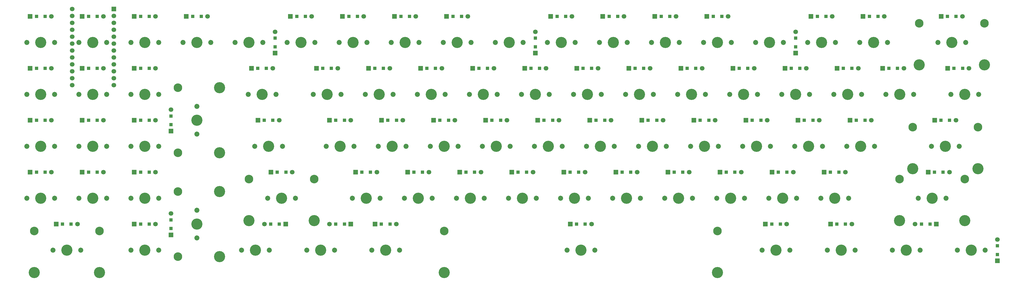
<source format=gts>
G04 #@! TF.GenerationSoftware,KiCad,Pcbnew,5.1.6*
G04 #@! TF.CreationDate,2020-08-19T08:48:49-04:00*
G04 #@! TF.ProjectId,southpawpcb,736f7574-6870-4617-9770-63622e6b6963,rev?*
G04 #@! TF.SameCoordinates,Original*
G04 #@! TF.FileFunction,Soldermask,Top*
G04 #@! TF.FilePolarity,Negative*
%FSLAX46Y46*%
G04 Gerber Fmt 4.6, Leading zero omitted, Abs format (unit mm)*
G04 Created by KiCad (PCBNEW 5.1.6) date 2020-08-19 08:48:49*
%MOMM*%
%LPD*%
G01*
G04 APERTURE LIST*
%ADD10R,1.700000X1.700000*%
%ADD11C,1.700000*%
%ADD12C,4.087800*%
%ADD13C,1.850000*%
%ADD14R,1.300000X1.300000*%
%ADD15C,3.148000*%
G04 APERTURE END LIST*
D10*
G04 #@! TO.C,U1*
X50582500Y23457600D03*
D11*
X50582500Y20917600D03*
X50582500Y18377600D03*
X50582500Y15837600D03*
X50582500Y13297600D03*
X50582500Y10757600D03*
X50582500Y8217600D03*
X50582500Y5677600D03*
X50582500Y3137600D03*
X50582500Y597600D03*
X50582500Y-1942400D03*
X50582500Y-4482400D03*
X35342500Y-4482400D03*
X35342500Y-1942400D03*
X35342500Y597600D03*
X35342500Y3137600D03*
X35342500Y5677600D03*
X35342500Y8217600D03*
X35342500Y10757600D03*
X35342500Y13297600D03*
X35342500Y15837600D03*
X35342500Y18377600D03*
X35342500Y20917600D03*
X35342500Y23457600D03*
G04 #@! TD*
D12*
G04 #@! TO.C,K46*
X228643000Y-26900000D03*
D13*
X223563000Y-26900000D03*
X233723000Y-26900000D03*
G04 #@! TD*
D14*
G04 #@! TO.C,D7*
X136581000Y20725000D03*
X139731000Y20725000D03*
D10*
X134256000Y20725000D03*
D11*
X142056000Y20725000D03*
G04 #@! TD*
D12*
G04 #@! TO.C,K65*
X276269000Y-45950000D03*
D13*
X271189000Y-45950000D03*
X281349000Y-45950000D03*
G04 #@! TD*
D11*
G04 #@! TO.C,D48*
X270643000Y-17375000D03*
D10*
X262843000Y-17375000D03*
D14*
X268318000Y-17375000D03*
X265168000Y-17375000D03*
G04 #@! TD*
D12*
G04 #@! TO.C,K69*
X33381200Y-65000000D03*
D13*
X28301200Y-65000000D03*
X38461200Y-65000000D03*
D15*
X21443200Y-58015000D03*
X45319200Y-58015000D03*
D12*
X21443200Y-73255000D03*
X45319200Y-73255000D03*
G04 #@! TD*
G04 #@! TO.C,K77*
X340562000Y-65000000D03*
D13*
X335482000Y-65000000D03*
X345642000Y-65000000D03*
G04 #@! TD*
D14*
G04 #@! TO.C,D72*
X134968000Y-55475000D03*
X131818000Y-55475000D03*
D10*
X137293000Y-55475000D03*
D11*
X129493000Y-55475000D03*
G04 #@! TD*
D13*
G04 #@! TO.C,K59*
X167049000Y-45950000D03*
X156889000Y-45950000D03*
D12*
X161969000Y-45950000D03*
G04 #@! TD*
D14*
G04 #@! TO.C,D39*
X60381200Y-17375000D03*
X63531200Y-17375000D03*
D10*
X58056200Y-17375000D03*
D11*
X65856200Y-17375000D03*
G04 #@! TD*
D13*
G04 #@! TO.C,K25*
X152761000Y-7850000D03*
X142601000Y-7850000D03*
D12*
X147681000Y-7850000D03*
G04 #@! TD*
G04 #@! TO.C,K8*
X157206000Y11200000D03*
D13*
X152126000Y11200000D03*
X162286000Y11200000D03*
G04 #@! TD*
D11*
G04 #@! TO.C,D2*
X46806200Y20725000D03*
D10*
X39006200Y20725000D03*
D14*
X44481200Y20725000D03*
X41331200Y20725000D03*
G04 #@! TD*
D11*
G04 #@! TO.C,D50*
X308743000Y-17375000D03*
D10*
X300943000Y-17375000D03*
D14*
X306418000Y-17375000D03*
X303268000Y-17375000D03*
G04 #@! TD*
D12*
G04 #@! TO.C,K28*
X204831000Y-7850000D03*
D13*
X199751000Y-7850000D03*
X209911000Y-7850000D03*
G04 #@! TD*
D14*
G04 #@! TO.C,D21*
X60381200Y1675000D03*
X63531200Y1675000D03*
D10*
X58056200Y1675000D03*
D11*
X65856200Y1675000D03*
G04 #@! TD*
G04 #@! TO.C,D53*
X27756200Y-36425000D03*
D10*
X19956200Y-36425000D03*
D14*
X25431200Y-36425000D03*
X22281200Y-36425000D03*
G04 #@! TD*
D11*
G04 #@! TO.C,D26*
X170631000Y1675000D03*
D10*
X162831000Y1675000D03*
D14*
X168306000Y1675000D03*
X165156000Y1675000D03*
G04 #@! TD*
G04 #@! TO.C,D60*
X179444000Y-36425000D03*
X182594000Y-36425000D03*
D10*
X177119000Y-36425000D03*
D11*
X184919000Y-36425000D03*
G04 #@! TD*
G04 #@! TO.C,D42*
X156343000Y-17375000D03*
D10*
X148543000Y-17375000D03*
D14*
X154018000Y-17375000D03*
X150868000Y-17375000D03*
G04 #@! TD*
D11*
G04 #@! TO.C,D4*
X84906200Y20725000D03*
D10*
X77106200Y20725000D03*
D14*
X82581200Y20725000D03*
X79431200Y20725000D03*
G04 #@! TD*
D12*
G04 #@! TO.C,K27*
X185781000Y-7850000D03*
D13*
X180701000Y-7850000D03*
X190861000Y-7850000D03*
G04 #@! TD*
D14*
G04 #@! TO.C,D3*
X60381200Y20725000D03*
X63531200Y20725000D03*
D10*
X58056200Y20725000D03*
D11*
X65856200Y20725000D03*
G04 #@! TD*
D12*
G04 #@! TO.C,K5*
X100056000Y11200000D03*
D13*
X94976000Y11200000D03*
X105136000Y11200000D03*
G04 #@! TD*
G04 #@! TO.C,K64*
X262299000Y-45950000D03*
X252139000Y-45950000D03*
D12*
X257219000Y-45950000D03*
G04 #@! TD*
G04 #@! TO.C,K71*
X102437000Y-65000000D03*
D13*
X97357000Y-65000000D03*
X107517000Y-65000000D03*
G04 #@! TD*
D14*
G04 #@! TO.C,D25*
X146106000Y1675000D03*
X149256000Y1675000D03*
D10*
X143781000Y1675000D03*
D11*
X151581000Y1675000D03*
G04 #@! TD*
D12*
G04 #@! TO.C,K70*
X61956200Y-65000000D03*
D13*
X56876200Y-65000000D03*
X67036200Y-65000000D03*
G04 #@! TD*
D11*
G04 #@! TO.C,D71*
X105681000Y-55475000D03*
D10*
X113481000Y-55475000D03*
D14*
X108006000Y-55475000D03*
X111156000Y-55475000D03*
G04 #@! TD*
D12*
G04 #@! TO.C,K68*
X350087000Y-45950000D03*
D13*
X345007000Y-45950000D03*
X355167000Y-45950000D03*
D15*
X338149000Y-38965000D03*
X362025000Y-38965000D03*
D12*
X338149000Y-54205000D03*
X362025000Y-54205000D03*
G04 #@! TD*
D13*
G04 #@! TO.C,K67*
X319449000Y-45950000D03*
X309289000Y-45950000D03*
D12*
X314369000Y-45950000D03*
G04 #@! TD*
D11*
G04 #@! TO.C,D78*
X373900000Y-61100000D03*
D10*
X373900000Y-68900000D03*
D14*
X373900000Y-63425000D03*
X373900000Y-66575000D03*
G04 #@! TD*
D11*
G04 #@! TO.C,D77*
X343806000Y-55475000D03*
D10*
X351606000Y-55475000D03*
D14*
X346131000Y-55475000D03*
X349281000Y-55475000D03*
G04 #@! TD*
G04 #@! TO.C,D45*
X208018000Y-17375000D03*
X211168000Y-17375000D03*
D10*
X205693000Y-17375000D03*
D11*
X213493000Y-17375000D03*
G04 #@! TD*
G04 #@! TO.C,D16*
X313506000Y20725000D03*
D10*
X305706000Y20725000D03*
D14*
X311181000Y20725000D03*
X308031000Y20725000D03*
G04 #@! TD*
D12*
G04 #@! TO.C,K26*
X166731000Y-7850000D03*
D13*
X161651000Y-7850000D03*
X171811000Y-7850000D03*
G04 #@! TD*
G04 #@! TO.C,K6*
X124186000Y11200000D03*
X114026000Y11200000D03*
D12*
X119106000Y11200000D03*
G04 #@! TD*
D11*
G04 #@! TO.C,D22*
X71481200Y-13475000D03*
D10*
X71481200Y-21275000D03*
D14*
X71481200Y-15800000D03*
X71481200Y-18950000D03*
G04 #@! TD*
D11*
G04 #@! TO.C,D10*
X204831000Y15100000D03*
D10*
X204831000Y7300000D03*
D14*
X204831000Y12775000D03*
X204831000Y9625000D03*
G04 #@! TD*
D13*
G04 #@! TO.C,K30*
X248011000Y-7850000D03*
X237851000Y-7850000D03*
D12*
X242931000Y-7850000D03*
G04 #@! TD*
D14*
G04 #@! TO.C,D54*
X41331200Y-36425000D03*
X44481200Y-36425000D03*
D10*
X39006200Y-36425000D03*
D11*
X46806200Y-36425000D03*
G04 #@! TD*
D14*
G04 #@! TO.C,D19*
X22281200Y1675000D03*
X25431200Y1675000D03*
D10*
X19956200Y1675000D03*
D11*
X27756200Y1675000D03*
G04 #@! TD*
D13*
G04 #@! TO.C,K35*
X343261000Y-7850000D03*
X333101000Y-7850000D03*
D12*
X338181000Y-7850000D03*
G04 #@! TD*
D14*
G04 #@! TO.C,D57*
X110387000Y-36425000D03*
X113537000Y-36425000D03*
D10*
X108062000Y-36425000D03*
D11*
X115862000Y-36425000D03*
G04 #@! TD*
D13*
G04 #@! TO.C,K31*
X267061000Y-7850000D03*
X256901000Y-7850000D03*
D12*
X261981000Y-7850000D03*
G04 #@! TD*
D14*
G04 #@! TO.C,D47*
X246118000Y-17375000D03*
X249268000Y-17375000D03*
D10*
X243793000Y-17375000D03*
D11*
X251593000Y-17375000D03*
G04 #@! TD*
D14*
G04 #@! TO.C,D15*
X300081000Y9625000D03*
X300081000Y12775000D03*
D10*
X300081000Y7300000D03*
D11*
X300081000Y15100000D03*
G04 #@! TD*
G04 #@! TO.C,D67*
X318269000Y-36425000D03*
D10*
X310469000Y-36425000D03*
D14*
X315944000Y-36425000D03*
X312794000Y-36425000D03*
G04 #@! TD*
D12*
G04 #@! TO.C,K40*
X107200000Y-26900000D03*
D13*
X102120000Y-26900000D03*
X112280000Y-26900000D03*
G04 #@! TD*
D12*
G04 #@! TO.C,K63*
X238169000Y-45950000D03*
D13*
X233089000Y-45950000D03*
X243249000Y-45950000D03*
G04 #@! TD*
G04 #@! TO.C,K41*
X138473000Y-26900000D03*
X128313000Y-26900000D03*
D12*
X133393000Y-26900000D03*
G04 #@! TD*
D11*
G04 #@! TO.C,D36*
X363512000Y1675000D03*
D10*
X355712000Y1675000D03*
D14*
X361187000Y1675000D03*
X358037000Y1675000D03*
G04 #@! TD*
G04 #@! TO.C,D62*
X217544000Y-36425000D03*
X220694000Y-36425000D03*
D10*
X215219000Y-36425000D03*
D11*
X223019000Y-36425000D03*
G04 #@! TD*
D14*
G04 #@! TO.C,D61*
X198494000Y-36425000D03*
X201644000Y-36425000D03*
D10*
X196169000Y-36425000D03*
D11*
X203969000Y-36425000D03*
G04 #@! TD*
G04 #@! TO.C,D52*
X358750000Y-17375000D03*
D10*
X350950000Y-17375000D03*
D14*
X356425000Y-17375000D03*
X353275000Y-17375000D03*
G04 #@! TD*
D12*
G04 #@! TO.C,K43*
X171493000Y-26900000D03*
D13*
X166413000Y-26900000D03*
X176573000Y-26900000D03*
G04 #@! TD*
G04 #@! TO.C,K73*
X155142000Y-65000000D03*
X144982000Y-65000000D03*
D12*
X150062000Y-65000000D03*
G04 #@! TD*
D14*
G04 #@! TO.C,D37*
X22281200Y-17375000D03*
X25431200Y-17375000D03*
D10*
X19956200Y-17375000D03*
D11*
X27756200Y-17375000D03*
G04 #@! TD*
D12*
G04 #@! TO.C,K49*
X285793000Y-26900000D03*
D13*
X280713000Y-26900000D03*
X290873000Y-26900000D03*
G04 #@! TD*
G04 #@! TO.C,K72*
X131330000Y-65000000D03*
X121170000Y-65000000D03*
D12*
X126250000Y-65000000D03*
G04 #@! TD*
D14*
G04 #@! TO.C,D65*
X274694000Y-36425000D03*
X277844000Y-36425000D03*
D10*
X272369000Y-36425000D03*
D11*
X280169000Y-36425000D03*
G04 #@! TD*
D12*
G04 #@! TO.C,K15*
X290556000Y11200000D03*
D13*
X285476000Y11200000D03*
X295636000Y11200000D03*
G04 #@! TD*
D14*
G04 #@! TO.C,D14*
X269931000Y20725000D03*
X273081000Y20725000D03*
D10*
X267606000Y20725000D03*
D11*
X275406000Y20725000D03*
G04 #@! TD*
D14*
G04 #@! TO.C,D68*
X350894000Y-36425000D03*
X354044000Y-36425000D03*
D10*
X348569000Y-36425000D03*
D11*
X356369000Y-36425000D03*
G04 #@! TD*
G04 #@! TO.C,D18*
X361131000Y20725000D03*
D10*
X353331000Y20725000D03*
D14*
X358806000Y20725000D03*
X355656000Y20725000D03*
G04 #@! TD*
D11*
G04 #@! TO.C,D38*
X46806200Y-17375000D03*
D10*
X39006200Y-17375000D03*
D14*
X44481200Y-17375000D03*
X41331200Y-17375000D03*
G04 #@! TD*
D11*
G04 #@! TO.C,D12*
X237306000Y20725000D03*
D10*
X229506000Y20725000D03*
D14*
X234981000Y20725000D03*
X231831000Y20725000D03*
G04 #@! TD*
D12*
G04 #@! TO.C,K22*
X89261200Y-5437000D03*
X89261200Y-29313000D03*
D15*
X74021200Y-5437000D03*
X74021200Y-29313000D03*
D13*
X81006200Y-12295000D03*
X81006200Y-22455000D03*
D12*
X81006200Y-17375000D03*
G04 #@! TD*
D11*
G04 #@! TO.C,D58*
X146819000Y-36425000D03*
D10*
X139019000Y-36425000D03*
D14*
X144494000Y-36425000D03*
X141344000Y-36425000D03*
G04 #@! TD*
D11*
G04 #@! TO.C,D34*
X323031000Y1675000D03*
D10*
X315231000Y1675000D03*
D14*
X320706000Y1675000D03*
X317556000Y1675000D03*
G04 #@! TD*
D11*
G04 #@! TO.C,D20*
X46806200Y1675000D03*
D10*
X39006200Y1675000D03*
D14*
X44481200Y1675000D03*
X41331200Y1675000D03*
G04 #@! TD*
G04 #@! TO.C,D69*
X31806200Y-55475000D03*
X34956200Y-55475000D03*
D10*
X29481200Y-55475000D03*
D11*
X37281200Y-55475000D03*
G04 #@! TD*
D13*
G04 #@! TO.C,K16*
X314686000Y11200000D03*
X304526000Y11200000D03*
D12*
X309606000Y11200000D03*
G04 #@! TD*
D13*
G04 #@! TO.C,K37*
X28936200Y-26900000D03*
X18776200Y-26900000D03*
D12*
X23856200Y-26900000D03*
G04 #@! TD*
D13*
G04 #@! TO.C,K36*
X367073000Y-7850000D03*
X356913000Y-7850000D03*
D12*
X361993000Y-7850000D03*
G04 #@! TD*
G04 #@! TO.C,K9*
X176256000Y11200000D03*
D13*
X171176000Y11200000D03*
X181336000Y11200000D03*
G04 #@! TD*
D12*
G04 #@! TO.C,K54*
X42906200Y-45950000D03*
D13*
X37826200Y-45950000D03*
X47986200Y-45950000D03*
G04 #@! TD*
D12*
G04 #@! TO.C,K57*
X111962000Y-45950000D03*
D13*
X106882000Y-45950000D03*
X117042000Y-45950000D03*
D15*
X100024000Y-38965000D03*
X123900000Y-38965000D03*
D12*
X100024000Y-54205000D03*
X123900000Y-54205000D03*
G04 #@! TD*
G04 #@! TO.C,K51*
X323893000Y-26900000D03*
D13*
X318813000Y-26900000D03*
X328973000Y-26900000D03*
G04 #@! TD*
D12*
G04 #@! TO.C,K11*
X214356000Y11200000D03*
D13*
X209276000Y11200000D03*
X219436000Y11200000D03*
G04 #@! TD*
G04 #@! TO.C,K14*
X276586000Y11200000D03*
X266426000Y11200000D03*
D12*
X271506000Y11200000D03*
G04 #@! TD*
D11*
G04 #@! TO.C,D40*
X111100000Y-17375000D03*
D10*
X103300000Y-17375000D03*
D14*
X108775000Y-17375000D03*
X105625000Y-17375000D03*
G04 #@! TD*
D13*
G04 #@! TO.C,K10*
X200386000Y11200000D03*
X190226000Y11200000D03*
D12*
X195306000Y11200000D03*
G04 #@! TD*
G04 #@! TO.C,K62*
X219119000Y-45950000D03*
D13*
X214039000Y-45950000D03*
X224199000Y-45950000D03*
G04 #@! TD*
D12*
G04 #@! TO.C,K60*
X181019000Y-45950000D03*
D13*
X175939000Y-45950000D03*
X186099000Y-45950000D03*
G04 #@! TD*
D12*
G04 #@! TO.C,K58*
X142919000Y-45950000D03*
D13*
X137839000Y-45950000D03*
X147999000Y-45950000D03*
G04 #@! TD*
D12*
G04 #@! TO.C,K38*
X42906200Y-26900000D03*
D13*
X37826200Y-26900000D03*
X47986200Y-26900000D03*
G04 #@! TD*
D11*
G04 #@! TO.C,D56*
X71481200Y-51575000D03*
D10*
X71481200Y-59375000D03*
D14*
X71481200Y-53900000D03*
X71481200Y-57050000D03*
G04 #@! TD*
D12*
G04 #@! TO.C,K52*
X366788000Y-35155000D03*
X342912000Y-35155000D03*
D15*
X366788000Y-19915000D03*
X342912000Y-19915000D03*
D13*
X359930000Y-26900000D03*
X349770000Y-26900000D03*
D12*
X354850000Y-26900000D03*
G04 #@! TD*
D13*
G04 #@! TO.C,K55*
X67036200Y-45950000D03*
X56876200Y-45950000D03*
D12*
X61956200Y-45950000D03*
G04 #@! TD*
D13*
G04 #@! TO.C,K50*
X309923000Y-26900000D03*
X299763000Y-26900000D03*
D12*
X304843000Y-26900000D03*
G04 #@! TD*
G04 #@! TO.C,K56*
X89261200Y-43537000D03*
X89261200Y-67413000D03*
D15*
X74021200Y-43537000D03*
X74021200Y-67413000D03*
D13*
X81006200Y-50395000D03*
X81006200Y-60555000D03*
D12*
X81006200Y-55475000D03*
G04 #@! TD*
D13*
G04 #@! TO.C,K39*
X67036200Y-26900000D03*
X56876200Y-26900000D03*
D12*
X61956200Y-26900000D03*
G04 #@! TD*
D13*
G04 #@! TO.C,K12*
X238486000Y11200000D03*
X228326000Y11200000D03*
D12*
X233406000Y11200000D03*
G04 #@! TD*
D14*
G04 #@! TO.C,D23*
X103244000Y1675000D03*
X106394000Y1675000D03*
D10*
X100919000Y1675000D03*
D11*
X108719000Y1675000D03*
G04 #@! TD*
D13*
G04 #@! TO.C,K61*
X205149000Y-45950000D03*
X194989000Y-45950000D03*
D12*
X200069000Y-45950000D03*
G04 #@! TD*
G04 #@! TO.C,K48*
X266743000Y-26900000D03*
D13*
X261663000Y-26900000D03*
X271823000Y-26900000D03*
G04 #@! TD*
G04 #@! TO.C,K53*
X28936200Y-45950000D03*
X18776200Y-45950000D03*
D12*
X23856200Y-45950000D03*
G04 #@! TD*
G04 #@! TO.C,K76*
X316750000Y-65000000D03*
D13*
X311670000Y-65000000D03*
X321830000Y-65000000D03*
G04 #@! TD*
D14*
G04 #@! TO.C,D17*
X327081000Y20725000D03*
X330231000Y20725000D03*
D10*
X324756000Y20725000D03*
D11*
X332556000Y20725000D03*
G04 #@! TD*
D12*
G04 #@! TO.C,K42*
X152443000Y-26900000D03*
D13*
X147363000Y-26900000D03*
X157523000Y-26900000D03*
G04 #@! TD*
G04 #@! TO.C,K20*
X47986200Y-7850000D03*
X37826200Y-7850000D03*
D12*
X42906200Y-7850000D03*
G04 #@! TD*
D13*
G04 #@! TO.C,K44*
X195623000Y-26900000D03*
X185463000Y-26900000D03*
D12*
X190543000Y-26900000D03*
G04 #@! TD*
D11*
G04 #@! TO.C,D32*
X284931000Y1675000D03*
D10*
X277131000Y1675000D03*
D14*
X282606000Y1675000D03*
X279456000Y1675000D03*
G04 #@! TD*
D12*
G04 #@! TO.C,K29*
X223881000Y-7850000D03*
D13*
X218801000Y-7850000D03*
X228961000Y-7850000D03*
G04 #@! TD*
D14*
G04 #@! TO.C,D31*
X260406000Y1675000D03*
X263556000Y1675000D03*
D10*
X258081000Y1675000D03*
D11*
X265881000Y1675000D03*
G04 #@! TD*
D14*
G04 #@! TO.C,D9*
X174681000Y20725000D03*
X177831000Y20725000D03*
D10*
X172356000Y20725000D03*
D11*
X180156000Y20725000D03*
G04 #@! TD*
D12*
G04 #@! TO.C,K74*
X221500000Y-65000000D03*
D13*
X216420000Y-65000000D03*
X226580000Y-65000000D03*
D15*
X171500100Y-58015000D03*
X271499900Y-58015000D03*
D12*
X171500100Y-73255000D03*
X271499900Y-73255000D03*
G04 #@! TD*
D13*
G04 #@! TO.C,K21*
X67036200Y-7850000D03*
X56876200Y-7850000D03*
D12*
X61956200Y-7850000D03*
G04 #@! TD*
D11*
G04 #@! TO.C,D64*
X261119000Y-36425000D03*
D10*
X253319000Y-36425000D03*
D14*
X258794000Y-36425000D03*
X255644000Y-36425000D03*
G04 #@! TD*
D11*
G04 #@! TO.C,D74*
X225400000Y-55475000D03*
D10*
X217600000Y-55475000D03*
D14*
X223075000Y-55475000D03*
X219925000Y-55475000D03*
G04 #@! TD*
D12*
G04 #@! TO.C,K3*
X61956200Y11200000D03*
D13*
X56876200Y11200000D03*
X67036200Y11200000D03*
G04 #@! TD*
D11*
G04 #@! TO.C,D76*
X320650000Y-55475000D03*
D10*
X312850000Y-55475000D03*
D14*
X318325000Y-55475000D03*
X315175000Y-55475000D03*
G04 #@! TD*
G04 #@! TO.C,D49*
X284218000Y-17375000D03*
X287368000Y-17375000D03*
D10*
X281893000Y-17375000D03*
D11*
X289693000Y-17375000D03*
G04 #@! TD*
D13*
G04 #@! TO.C,K4*
X86086200Y11200000D03*
X75926200Y11200000D03*
D12*
X81006200Y11200000D03*
G04 #@! TD*
D13*
G04 #@! TO.C,K2*
X47986200Y11200000D03*
X37826200Y11200000D03*
D12*
X42906200Y11200000D03*
G04 #@! TD*
D14*
G04 #@! TO.C,D70*
X60381200Y-55475000D03*
X63531200Y-55475000D03*
D10*
X58056200Y-55475000D03*
D11*
X65856200Y-55475000D03*
G04 #@! TD*
D12*
G04 #@! TO.C,K7*
X138156000Y11200000D03*
D13*
X133076000Y11200000D03*
X143236000Y11200000D03*
G04 #@! TD*
D12*
G04 #@! TO.C,K23*
X104819000Y-7850000D03*
D13*
X99739000Y-7850000D03*
X109899000Y-7850000D03*
G04 #@! TD*
D11*
G04 #@! TO.C,D75*
X296837000Y-55475000D03*
D10*
X289037000Y-55475000D03*
D14*
X294512000Y-55475000D03*
X291362000Y-55475000D03*
G04 #@! TD*
D12*
G04 #@! TO.C,K75*
X292937000Y-65000000D03*
D13*
X287857000Y-65000000D03*
X298017000Y-65000000D03*
G04 #@! TD*
G04 #@! TO.C,K66*
X300399000Y-45950000D03*
X290239000Y-45950000D03*
D12*
X295319000Y-45950000D03*
G04 #@! TD*
D11*
G04 #@! TO.C,D8*
X161106000Y20725000D03*
D10*
X153306000Y20725000D03*
D14*
X158781000Y20725000D03*
X155631000Y20725000D03*
G04 #@! TD*
G04 #@! TO.C,D28*
X203256000Y1675000D03*
X206406000Y1675000D03*
D10*
X200931000Y1675000D03*
D11*
X208731000Y1675000D03*
G04 #@! TD*
D14*
G04 #@! TO.C,D13*
X250881000Y20725000D03*
X254031000Y20725000D03*
D10*
X248556000Y20725000D03*
D11*
X256356000Y20725000D03*
G04 #@! TD*
D12*
G04 #@! TO.C,K13*
X252456000Y11200000D03*
D13*
X247376000Y11200000D03*
X257536000Y11200000D03*
G04 #@! TD*
D14*
G04 #@! TO.C,D66*
X293744000Y-36425000D03*
X296894000Y-36425000D03*
D10*
X291419000Y-36425000D03*
D11*
X299219000Y-36425000D03*
G04 #@! TD*
G04 #@! TO.C,D6*
X123006000Y20725000D03*
D10*
X115206000Y20725000D03*
D14*
X120681000Y20725000D03*
X117531000Y20725000D03*
G04 #@! TD*
D11*
G04 #@! TO.C,D44*
X194443000Y-17375000D03*
D10*
X186643000Y-17375000D03*
D14*
X192118000Y-17375000D03*
X188968000Y-17375000D03*
G04 #@! TD*
D12*
G04 #@! TO.C,K32*
X281031000Y-7850000D03*
D13*
X275951000Y-7850000D03*
X286111000Y-7850000D03*
G04 #@! TD*
G04 #@! TO.C,K45*
X214673000Y-26900000D03*
X204513000Y-26900000D03*
D12*
X209593000Y-26900000D03*
G04 #@! TD*
D11*
G04 #@! TO.C,D46*
X232543000Y-17375000D03*
D10*
X224743000Y-17375000D03*
D14*
X230218000Y-17375000D03*
X227068000Y-17375000D03*
G04 #@! TD*
D13*
G04 #@! TO.C,K78*
X369455000Y-65000000D03*
X359295000Y-65000000D03*
D12*
X364375000Y-65000000D03*
G04 #@! TD*
D13*
G04 #@! TO.C,K34*
X324211000Y-7850000D03*
X314051000Y-7850000D03*
D12*
X319131000Y-7850000D03*
G04 #@! TD*
D13*
G04 #@! TO.C,K17*
X333736000Y11200000D03*
X323576000Y11200000D03*
D12*
X328656000Y11200000D03*
G04 #@! TD*
D13*
G04 #@! TO.C,K47*
X252773000Y-26900000D03*
X242613000Y-26900000D03*
D12*
X247693000Y-26900000D03*
G04 #@! TD*
G04 #@! TO.C,K33*
X300081000Y-7850000D03*
D13*
X295001000Y-7850000D03*
X305161000Y-7850000D03*
G04 #@! TD*
D12*
G04 #@! TO.C,K18*
X357231000Y11200000D03*
D13*
X352151000Y11200000D03*
X362311000Y11200000D03*
D15*
X345293000Y18185000D03*
X369169000Y18185000D03*
D12*
X345293000Y2945000D03*
X369169000Y2945000D03*
G04 #@! TD*
D14*
G04 #@! TO.C,D51*
X322318000Y-17375000D03*
X325468000Y-17375000D03*
D10*
X319993000Y-17375000D03*
D11*
X327793000Y-17375000D03*
G04 #@! TD*
D14*
G04 #@! TO.C,D11*
X212781000Y20725000D03*
X215931000Y20725000D03*
D10*
X210456000Y20725000D03*
D11*
X218256000Y20725000D03*
G04 #@! TD*
G04 #@! TO.C,D63*
X242069000Y-36425000D03*
D10*
X234269000Y-36425000D03*
D14*
X239744000Y-36425000D03*
X236594000Y-36425000D03*
G04 #@! TD*
G04 #@! TO.C,D29*
X222306000Y1675000D03*
X225456000Y1675000D03*
D10*
X219981000Y1675000D03*
D11*
X227781000Y1675000D03*
G04 #@! TD*
D14*
G04 #@! TO.C,D55*
X60381200Y-36425000D03*
X63531200Y-36425000D03*
D10*
X58056200Y-36425000D03*
D11*
X65856200Y-36425000D03*
G04 #@! TD*
D14*
G04 #@! TO.C,D5*
X109581000Y9625000D03*
X109581000Y12775000D03*
D10*
X109581000Y7300000D03*
D11*
X109581000Y15100000D03*
G04 #@! TD*
D14*
G04 #@! TO.C,D43*
X169918000Y-17375000D03*
X173068000Y-17375000D03*
D10*
X167593000Y-17375000D03*
D11*
X175393000Y-17375000D03*
G04 #@! TD*
G04 #@! TO.C,D73*
X153962000Y-55475000D03*
D10*
X146162000Y-55475000D03*
D14*
X151637000Y-55475000D03*
X148487000Y-55475000D03*
G04 #@! TD*
G04 #@! TO.C,D33*
X298506000Y1675000D03*
X301656000Y1675000D03*
D10*
X296181000Y1675000D03*
D11*
X303981000Y1675000D03*
G04 #@! TD*
G04 #@! TO.C,D30*
X246831000Y1675000D03*
D10*
X239031000Y1675000D03*
D14*
X244506000Y1675000D03*
X241356000Y1675000D03*
G04 #@! TD*
D12*
G04 #@! TO.C,K19*
X23856200Y-7850000D03*
D13*
X18776200Y-7850000D03*
X28936200Y-7850000D03*
G04 #@! TD*
D14*
G04 #@! TO.C,D35*
X334225000Y1675000D03*
X337375000Y1675000D03*
D10*
X331900000Y1675000D03*
D11*
X339700000Y1675000D03*
G04 #@! TD*
D13*
G04 #@! TO.C,K24*
X133711000Y-7850000D03*
X123551000Y-7850000D03*
D12*
X128631000Y-7850000D03*
G04 #@! TD*
D11*
G04 #@! TO.C,D24*
X132531000Y1675000D03*
D10*
X124731000Y1675000D03*
D14*
X130206000Y1675000D03*
X127056000Y1675000D03*
G04 #@! TD*
D11*
G04 #@! TO.C,D59*
X165869000Y-36425000D03*
D10*
X158069000Y-36425000D03*
D14*
X163544000Y-36425000D03*
X160394000Y-36425000D03*
G04 #@! TD*
G04 #@! TO.C,D41*
X131818000Y-17375000D03*
X134968000Y-17375000D03*
D10*
X129493000Y-17375000D03*
D11*
X137293000Y-17375000D03*
G04 #@! TD*
D14*
G04 #@! TO.C,D1*
X22281200Y20725000D03*
X25431200Y20725000D03*
D10*
X19956200Y20725000D03*
D11*
X27756200Y20725000D03*
G04 #@! TD*
G04 #@! TO.C,D27*
X189681000Y1675000D03*
D10*
X181881000Y1675000D03*
D14*
X187356000Y1675000D03*
X184206000Y1675000D03*
G04 #@! TD*
D12*
G04 #@! TO.C,K1*
X23856200Y11200000D03*
D13*
X18776200Y11200000D03*
X28936200Y11200000D03*
G04 #@! TD*
M02*

</source>
